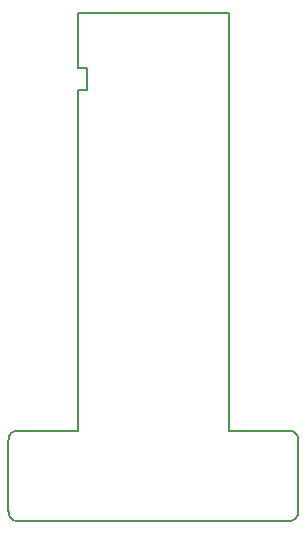
<source format=gbr>
G04 #@! TF.GenerationSoftware,KiCad,Pcbnew,(5.0.0)*
G04 #@! TF.CreationDate,2018-08-10T13:09:27+08:00*
G04 #@! TF.ProjectId,VitaMemBreakout,566974614D656D427265616B6F75742E,rev?*
G04 #@! TF.SameCoordinates,Original*
G04 #@! TF.FileFunction,Profile,NP*
%FSLAX46Y46*%
G04 Gerber Fmt 4.6, Leading zero omitted, Abs format (unit mm)*
G04 Created by KiCad (PCBNEW (5.0.0)) date 08/10/18 13:09:27*
%MOMM*%
%LPD*%
G01*
G04 APERTURE LIST*
%ADD10C,0.200000*%
G04 APERTURE END LIST*
D10*
X17263768Y-57688480D02*
G75*
G02X16471876Y-56885267I-34972J757493D01*
G01*
X41003249Y-56891532D02*
G75*
G02X40200036Y-57683424I-757493J-34972D01*
G01*
X17238980Y-57688480D02*
X40236140Y-57683400D01*
X35135820Y-50032920D02*
X40205660Y-50032920D01*
X35135820Y-50032920D02*
X35135820Y-47757080D01*
X41003220Y-50840640D02*
X41003220Y-56875680D01*
X16469360Y-50840640D02*
X16469360Y-56875680D01*
X22326600Y-50032920D02*
X17256760Y-50032920D01*
X22352000Y-47731680D02*
X22352000Y-50032920D01*
X40216152Y-50032905D02*
G75*
G02X41003058Y-50847356I35066J-753491D01*
G01*
X16468787Y-50824812D02*
G75*
G02X17272000Y-50032920I757493J34972D01*
G01*
X23080980Y-21196300D02*
X23080980Y-19306540D01*
X22352000Y-21198840D02*
X23080980Y-21198840D01*
X22352000Y-19306540D02*
X23080980Y-19306540D01*
X22352000Y-19306540D02*
X22352000Y-14709140D01*
X22352000Y-21198840D02*
X22352000Y-47716440D01*
X35135820Y-14709140D02*
X22352000Y-14709140D01*
X35135820Y-47729140D02*
X35135820Y-14709140D01*
M02*

</source>
